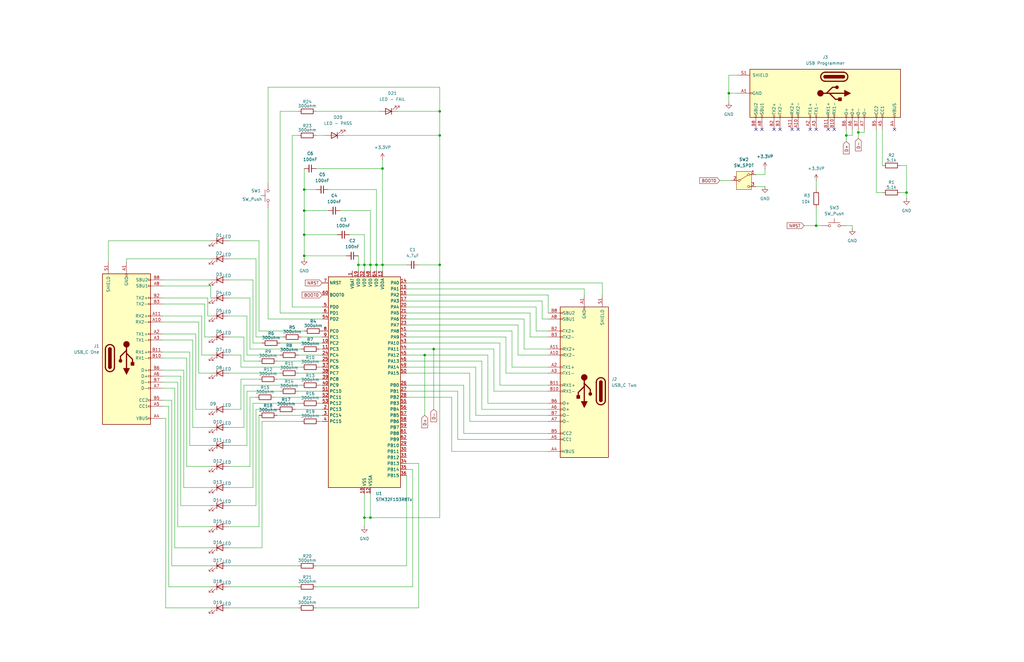
<source format=kicad_sch>
(kicad_sch (version 20231120) (generator "eeschema") (generator_version "8.0")
  (paper "USLedger")
  (title_block (title "USB_CSI") (date "2024-11-20") (rev "1") (company "Yusuf Mohsinally"))
  (lib_symbols
    (symbol "Connector:USB_C_Receptacle" (pin_names (offset 1.016))
      (property "Reference" "J" (at -10.16 29.21 0))
      (property "Value" "USB_C_Receptacle" (at 10.16 29.21 0))
      (symbol "USB_C_Receptacle_0_0"
        (rectangle (start -0.254 -35.56) (end 0.254 -34.544))
        (rectangle (start 10.16 -32.766) (end 9.144 -33.274))
        (rectangle (start 10.16 -30.226) (end 9.144 -30.734))
        (rectangle (start 10.16 -25.146) (end 9.144 -25.654))
        (rectangle (start 10.16 -22.606) (end 9.144 -23.114))
        (rectangle (start 10.16 -17.526) (end 9.144 -18.034))
        (rectangle (start 10.16 -14.986) (end 9.144 -15.494))
        (rectangle (start 10.16 -9.906) (end 9.144 -10.414))
        (rectangle (start 10.16 -7.366) (end 9.144 -7.874))
        (rectangle (start 10.16 -2.286) (end 9.144 -2.794))
        (rectangle (start 10.16 0.254) (end 9.144 -0.254))
        (rectangle (start 10.16 5.334) (end 9.144 4.826))
        (rectangle (start 10.16 7.874) (end 9.144 7.366))
        (rectangle (start 10.16 10.414) (end 9.144 9.906))
        (rectangle (start 10.16 12.954) (end 9.144 12.446))
        (rectangle (start 10.16 18.034) (end 9.144 17.526))
        (rectangle (start 10.16 20.574) (end 9.144 20.066))
        (rectangle (start 10.16 25.654) (end 9.144 25.146))
      )
      (symbol "USB_C_Receptacle_0_1"
        (rectangle (start -10.16 27.94) (end 10.16 -35.56) (stroke (width 0.254)) (fill (type background)))
        (arc (start -8.89 -3.81) (mid -6.985 -5.7067) (end -5.08 -3.81) (stroke (width 0.508)))
        (arc (start -7.62 -3.81) (mid -6.985 -4.4423) (end -6.35 -3.81) (stroke (width 0.254)))
        (arc (start -7.62 -3.81) (mid -6.985 -4.4423) (end -6.35 -3.81) (stroke (width 0.254)) (fill (type outline)))
        (rectangle (start -7.62 -3.81) (end -6.35 3.81) (stroke (width 0.254)) (fill (type outline)))
        (arc (start -6.35 3.81) (mid -6.985 4.4423) (end -7.62 3.81) (stroke (width 0.254)))
        (arc (start -6.35 3.81) (mid -6.985 4.4423) (end -7.62 3.81) (stroke (width 0.254)) (fill (type outline)))
        (arc (start -5.08 3.81) (mid -6.985 5.7067) (end -8.89 3.81) (stroke (width 0.508)))
        (polyline (pts (xy -8.89 -3.81) (xy -8.89 3.81)) (stroke (width 0.508)))
        (polyline (pts (xy -5.08 3.81) (xy -5.08 -3.81)) (stroke (width 0.508)))
      )
      (symbol "USB_C_Receptacle_1_1"
        (circle (center -2.54 1.143) (radius 0.635) (stroke (width 0.254)) (fill (type outline)))
        (circle (center 0 -5.842) (radius 1.27) (fill (type outline)))
        (polyline (pts (xy 0 -5.842) (xy 0 4.318)) (stroke (width 0.508)))
        (polyline (pts (xy 0 -3.302) (xy -2.54 -0.762) (xy -2.54 0.508)) (stroke (width 0.508)))
        (polyline (pts (xy 0 -2.032) (xy 2.54 0.508) (xy 2.54 1.778)) (stroke (width 0.508)))
        (polyline (pts (xy -1.27 4.318) (xy 0 6.858) (xy 1.27 4.318) (xy -1.27 4.318)) (stroke (width 0.254)) (fill (type outline)))
        (rectangle (start 1.905 1.778) (end 3.175 3.048) (stroke (width 0.254)) (fill (type outline)))
        (pin passive line (at 0 -40.64 90) (length 5.08) (name "GND") (number "A1"))
        (pin bidirectional line (at 15.24 -15.24 180) (length 5.08) (name "RX2-") (number "A10"))
        (pin bidirectional line (at 15.24 -17.78 180) (length 5.08) (name "RX2+") (number "A11"))
        (pin passive line (at 0 -40.64 90) (length 5.08) hide (name "GND") (number "A12"))
        (pin bidirectional line (at 15.24 -10.16 180) (length 5.08) (name "TX1+") (number "A2"))
        (pin bidirectional line (at 15.24 -7.62 180) (length 5.08) (name "TX1-") (number "A3"))
        (pin passive line (at 15.24 25.4 180) (length 5.08) (name "VBUS") (number "A4"))
        (pin bidirectional line (at 15.24 20.32 180) (length 5.08) (name "CC1") (number "A5"))
        (pin bidirectional line (at 15.24 7.62 180) (length 5.08) (name "D+") (number "A6"))
        (pin bidirectional line (at 15.24 12.7 180) (length 5.08) (name "D-") (number "A7"))
        (pin bidirectional line (at 15.24 -30.48 180) (length 5.08) (name "SBU1") (number "A8"))
        (pin passive line (at 15.24 25.4 180) (length 5.08) hide (name "VBUS") (number "A9"))
        (pin passive line (at 0 -40.64 90) (length 5.08) hide (name "GND") (number "B1"))
        (pin bidirectional line (at 15.24 0 180) (length 5.08) (name "RX1-") (number "B10"))
        (pin bidirectional line (at 15.24 -2.54 180) (length 5.08) (name "RX1+") (number "B11"))
        (pin passive line (at 0 -40.64 90) (length 5.08) hide (name "GND") (number "B12"))
        (pin bidirectional line (at 15.24 -25.4 180) (length 5.08) (name "TX2+") (number "B2"))
        (pin bidirectional line (at 15.24 -22.86 180) (length 5.08) (name "TX2-") (number "B3"))
        (pin passive line (at 15.24 25.4 180) (length 5.08) hide (name "VBUS") (number "B4"))
        (pin bidirectional line (at 15.24 17.78 180) (length 5.08) (name "CC2") (number "B5"))
        (pin bidirectional line (at 15.24 5.08 180) (length 5.08) (name "D+") (number "B6"))
        (pin bidirectional line (at 15.24 10.16 180) (length 5.08) (name "D-") (number "B7"))
        (pin bidirectional line (at 15.24 -33.02 180) (length 5.08) (name "SBU2") (number "B8"))
        (pin passive line (at 15.24 25.4 180) (length 5.08) hide (name "VBUS") (number "B9"))
        (pin passive line (at -7.62 -40.64 90) (length 5.08) (name "SHIELD") (number "S1"))
      )
    )
    (symbol "Device:C_Small" (pin_numbers hide) (pin_names (offset 0.254) hide)
      (property "Reference" "C" (at 0.254 1.778 0))
      (property "Value" "C_Small" (at 0.254 -2.032 0))
      (symbol "C_Small_0_1"
        (polyline (pts (xy -1.524 -0.508) (xy 1.524 -0.508)) (stroke (width 0.3302)))
        (polyline (pts (xy -1.524 0.508) (xy 1.524 0.508)) (stroke (width 0.3048)))
      )
      (symbol "C_Small_1_1"
        (pin passive line (at 0 2.54 270) (length 2.032) (name "~") (number "1"))
        (pin passive line (at 0 -2.54 90) (length 2.032) (name "~") (number "2"))
      )
    )
    (symbol "Device:LED" (pin_numbers hide) (pin_names (offset 1.016) hide)
      (property "Reference" "D" (at 0 2.54 0))
      (property "Value" "LED" (at 0 -2.54 0))
      (symbol "LED_0_1"
        (polyline (pts (xy -1.27 -1.27) (xy -1.27 1.27)) (stroke (width 0.254)))
        (polyline (pts (xy -1.27 0) (xy 1.27 0)))
        (polyline (pts (xy 1.27 -1.27) (xy 1.27 1.27) (xy -1.27 0) (xy 1.27 -1.27)) (stroke (width 0.254)))
        (polyline (pts (xy -3.048 -0.762) (xy -4.572 -2.286) (xy -3.81 -2.286) (xy -4.572 -2.286) (xy -4.572 -1.524)))
        (polyline (pts (xy -1.778 -0.762) (xy -3.302 -2.286) (xy -2.54 -2.286) (xy -3.302 -2.286) (xy -3.302 -1.524)))
      )
      (symbol "LED_1_1"
        (pin passive line (at -3.81 0 0) (length 2.54) (name "K") (number "1"))
        (pin passive line (at 3.81 0 180) (length 2.54) (name "A") (number "2"))
      )
    )
    (symbol "Device:R" (pin_numbers hide) (pin_names (offset 0))
      (property "Reference" "R" (at 2.032 0 90))
      (property "Value" "R" (at 0 0 90))
      (symbol "R_0_1"
        (rectangle (start -1.016 -2.54) (end 1.016 2.54) (stroke (width 0.254)))
      )
      (symbol "R_1_1"
        (pin passive line (at 0 3.81 270) (length 1.27) (name "~") (number "1"))
        (pin passive line (at 0 -3.81 90) (length 1.27) (name "~") (number "2"))
      )
    )
    (symbol "MCU_ST_STM32F1:STM32F103R8Tx"
      (property "Reference" "U" (at -15.24 46.99 0))
      (property "Value" "STM32F103R8Tx" (at 10.16 46.99 0))
      (symbol "STM32F103R8Tx_0_1"
        (rectangle (start -15.24 -43.18) (end 15.24 45.72) (stroke (width 0.254)) (fill (type background)))
      )
      (symbol "STM32F103R8Tx_1_1"
        (pin power_in line (at -5.08 48.26 270) (length 2.54) (name "VBAT") (number "1"))
        (pin bidirectional line (at -17.78 17.78 0) (length 2.54) (name "PC2") (number "10"))
        (pin bidirectional line (at -17.78 15.24 0) (length 2.54) (name "PC3") (number "11"))
        (pin power_in line (at 2.54 -45.72 90) (length 2.54) (name "VSSA") (number "12"))
        (pin power_in line (at 7.62 48.26 270) (length 2.54) (name "VDDA") (number "13"))
        (pin bidirectional line (at 17.78 43.18 180) (length 2.54) (name "PA0") (number "14"))
        (pin bidirectional line (at 17.78 40.64 180) (length 2.54) (name "PA1") (number "15"))
        (pin bidirectional line (at 17.78 38.1 180) (length 2.54) (name "PA2") (number "16"))
        (pin bidirectional line (at 17.78 35.56 180) (length 2.54) (name "PA3") (number "17"))
        (pin power_in line (at 0 -45.72 90) (length 2.54) (name "VSS") (number "18"))
        (pin power_in line (at -2.54 48.26 270) (length 2.54) (name "VDD") (number "19"))
        (pin bidirectional line (at -17.78 -10.16 0) (length 2.54) (name "PC13") (number "2"))
        (pin bidirectional line (at 17.78 33.02 180) (length 2.54) (name "PA4") (number "20"))
        (pin bidirectional line (at 17.78 30.48 180) (length 2.54) (name "PA5") (number "21"))
        (pin bidirectional line (at 17.78 27.94 180) (length 2.54) (name "PA6") (number "22"))
        (pin bidirectional line (at 17.78 25.4 180) (length 2.54) (name "PA7") (number "23"))
        (pin bidirectional line (at -17.78 12.7 0) (length 2.54) (name "PC4") (number "24"))
        (pin bidirectional line (at -17.78 10.16 0) (length 2.54) (name "PC5") (number "25"))
        (pin bidirectional line (at 17.78 0 180) (length 2.54) (name "PB0") (number "26"))
        (pin bidirectional line (at 17.78 -2.54 180) (length 2.54) (name "PB1") (number "27"))
        (pin bidirectional line (at 17.78 -5.08 180) (length 2.54) (name "PB2") (number "28"))
        (pin bidirectional line (at 17.78 -25.4 180) (length 2.54) (name "PB10") (number "29"))
        (pin bidirectional line (at -17.78 -12.7 0) (length 2.54) (name "PC14") (number "3"))
        (pin bidirectional line (at 17.78 -27.94 180) (length 2.54) (name "PB11") (number "30"))
        (pin passive line (at 0 -45.72 90) (length 2.54) hide (name "VSS") (number "31"))
        (pin power_in line (at 0 48.26 270) (length 2.54) (name "VDD") (number "32"))
        (pin bidirectional line (at 17.78 -30.48 180) (length 2.54) (name "PB12") (number "33"))
        (pin bidirectional line (at 17.78 -33.02 180) (length 2.54) (name "PB13") (number "34"))
        (pin bidirectional line (at 17.78 -35.56 180) (length 2.54) (name "PB14") (number "35"))
        (pin bidirectional line (at 17.78 -38.1 180) (length 2.54) (name "PB15") (number "36"))
        (pin bidirectional line (at -17.78 7.62 0) (length 2.54) (name "PC6") (number "37"))
        (pin bidirectional line (at -17.78 5.08 0) (length 2.54) (name "PC7") (number "38"))
        (pin bidirectional line (at -17.78 2.54 0) (length 2.54) (name "PC8") (number "39"))
        (pin bidirectional line (at -17.78 -15.24 0) (length 2.54) (name "PC15") (number "4"))
        (pin bidirectional line (at -17.78 0 0) (length 2.54) (name "PC9") (number "40"))
        (pin bidirectional line (at 17.78 22.86 180) (length 2.54) (name "PA8") (number "41"))
        (pin bidirectional line (at 17.78 20.32 180) (length 2.54) (name "PA9") (number "42"))
        (pin bidirectional line (at 17.78 17.78 180) (length 2.54) (name "PA10") (number "43"))
        (pin bidirectional line (at 17.78 15.24 180) (length 2.54) (name "PA11") (number "44"))
        (pin bidirectional line (at 17.78 12.7 180) (length 2.54) (name "PA12") (number "45"))
        (pin bidirectional line (at 17.78 10.16 180) (length 2.54) (name "PA13") (number "46"))
        (pin passive line (at 0 -45.72 90) (length 2.54) hide (name "VSS") (number "47"))
        (pin power_in line (at 2.54 48.26 270) (length 2.54) (name "VDD") (number "48"))
        (pin bidirectional line (at 17.78 7.62 180) (length 2.54) (name "PA14") (number "49"))
        (pin bidirectional line (at -17.78 33.02 0) (length 2.54) (name "PD0") (number "5"))
        (pin bidirectional line (at 17.78 5.08 180) (length 2.54) (name "PA15") (number "50"))
        (pin bidirectional line (at -17.78 -2.54 0) (length 2.54) (name "PC10") (number "51"))
        (pin bidirectional line (at -17.78 -5.08 0) (length 2.54) (name "PC11") (number "52"))
        (pin bidirectional line (at -17.78 -7.62 0) (length 2.54) (name "PC12") (number "53"))
        (pin bidirectional line (at -17.78 27.94 0) (length 2.54) (name "PD2") (number "54"))
        (pin bidirectional line (at 17.78 -7.62 180) (length 2.54) (name "PB3") (number "55"))
        (pin bidirectional line (at 17.78 -10.16 180) (length 2.54) (name "PB4") (number "56"))
        (pin bidirectional line (at 17.78 -12.7 180) (length 2.54) (name "PB5") (number "57"))
        (pin bidirectional line (at 17.78 -15.24 180) (length 2.54) (name "PB6") (number "58"))
        (pin bidirectional line (at 17.78 -17.78 180) (length 2.54) (name "PB7") (number "59"))
        (pin bidirectional line (at -17.78 30.48 0) (length 2.54) (name "PD1") (number "6"))
        (pin input line (at -17.78 38.1 0) (length 2.54) (name "BOOT0") (number "60"))
        (pin bidirectional line (at 17.78 -20.32 180) (length 2.54) (name "PB8") (number "61"))
        (pin bidirectional line (at 17.78 -22.86 180) (length 2.54) (name "PB9") (number "62"))
        (pin passive line (at 0 -45.72 90) (length 2.54) hide (name "VSS") (number "63"))
        (pin power_in line (at 5.08 48.26 270) (length 2.54) (name "VDD") (number "64"))
        (pin input line (at -17.78 43.18 0) (length 2.54) (name "NRST") (number "7"))
        (pin bidirectional line (at -17.78 22.86 0) (length 2.54) (name "PC0") (number "8"))
        (pin bidirectional line (at -17.78 20.32 0) (length 2.54) (name "PC1") (number "9"))
      )
    )
    (symbol "Switch:SW_Push" (pin_numbers hide) (pin_names (offset 1.016) hide)
      (property "Reference" "SW" (at 1.27 2.54 0))
      (property "Value" "SW_Push" (at 0 -1.524 0))
      (symbol "SW_Push_0_1"
        (circle (center -2.032 0) (radius 0.508))
        (polyline (pts (xy 0 1.27) (xy 0 3.048)))
        (polyline (pts (xy 2.54 1.27) (xy -2.54 1.27)))
        (circle (center 2.032 0) (radius 0.508))
        (pin passive line (at -5.08 0 0) (length 2.54) (name "1") (number "1"))
        (pin passive line (at 5.08 0 180) (length 2.54) (name "2") (number "2"))
      )
    )
    (symbol "Switch:SW_SPDT" (pin_names (offset 0) hide)
      (property "Reference" "SW" (at 0 5.08 0))
      (property "Value" "SW_SPDT" (at 0 -5.08 0))
      (symbol "SW_SPDT_0_1"
        (circle (center -2.032 0) (radius 0.4572))
        (polyline (pts (xy -1.651 0.254) (xy 1.651 2.286)))
        (circle (center 2.032 -2.54) (radius 0.4572))
        (circle (center 2.032 2.54) (radius 0.4572))
      )
      (symbol "SW_SPDT_1_1"
        (rectangle (start -3.175 3.81) (end 3.175 -3.81) (fill (type background)))
        (pin passive line (at 5.08 2.54 180) (length 2.54) (name "A") (number "1"))
        (pin passive line (at -5.08 0 0) (length 2.54) (name "B") (number "2"))
        (pin passive line (at 5.08 -2.54 180) (length 2.54) (name "C") (number "3"))
      )
    )
    (symbol "power:+3.3VP" (power) (pin_numbers hide) (pin_names (offset 0) hide)
      (property "Value" "+3.3VP" (at 0 3.556 0))
      (symbol "+3.3VP_0_0"
        (pin power_in line (at 0 0 90) (length 0) (name "~") (number "1"))
      )
      (symbol "+3.3VP_0_1"
        (polyline (pts (xy -0.762 1.27) (xy 0 2.54)))
        (polyline (pts (xy 0 0) (xy 0 2.54)))
        (polyline (pts (xy 0 2.54) (xy 0.762 1.27)))
      )
    )
    (symbol "power:GND" (power) (pin_numbers hide) (pin_names (offset 0) hide)
      (property "Value" "GND" (at 0 -3.81 0))
      (symbol "GND_0_1"
        (polyline (pts (xy 0 0) (xy 0 -1.27) (xy 1.27 -1.27) (xy 0 -2.54) (xy -1.27 -1.27) (xy 0 -1.27)))
      )
      (symbol "GND_1_1"
        (pin power_in line (at 0 0 270) (length 0) (name "~") (number "1"))
      )
    )
  )
  (junction (at 307.34 39.37))
  (junction (at 161.29 111.76))
  (junction (at 185.42 57.15))
  (junction (at 185.42 46.99))
  (junction (at 156.21 111.76))
  (junction (at 128.27 88.9))
  (junction (at 128.27 80.01))
  (junction (at 128.27 99.06))
  (junction (at 361.95 55.88))
  (junction (at 151.13 111.76))
  (junction (at 153.67 111.76))
  (junction (at 344.17 95.25))
  (junction (at 182.88 147.32))
  (junction (at 156.21 218.44))
  (junction (at 161.29 71.12))
  (junction (at 158.75 111.76))
  (junction (at 356.87 57.15))
  (junction (at 179.07 149.86))
  (junction (at 153.67 218.44))
  (junction (at 382.27 81.28))
  (junction (at 128.27 107.95))
  (junction (at 185.42 111.76))
  (no_connect (at 328.93 54.61))
  (no_connect (at 326.39 54.61))
  (no_connect (at 321.31 54.61))
  (no_connect (at 334.01 54.61))
  (no_connect (at 349.25 54.61))
  (no_connect (at 341.63 54.61))
  (no_connect (at 344.17 54.61))
  (no_connect (at 351.79 54.61))
  (no_connect (at 377.19 54.61))
  (no_connect (at 318.77 54.61))
  (no_connect (at 336.55 54.61))
  (wire (pts (xy 161.29 67.31) (xy 161.29 71.12)))
  (wire (pts (xy 68.58 140.97) (xy 82.55 140.97)))
  (wire (pts (xy 104.14 187.96) (xy 104.14 165.1)))
  (wire (pts (xy 171.45 238.76) (xy 171.45 200.66)))
  (wire (pts (xy 128.27 99.06) (xy 142.24 99.06)))
  (wire (pts (xy 76.2 213.36) (xy 88.9 213.36)))
  (wire (pts (xy 135.89 132.08) (xy 118.11 132.08)))
  (wire (pts (xy 228.6 127) (xy 228.6 134.62)))
  (wire (pts (xy 128.27 107.95) (xy 128.27 109.22)))
  (wire (pts (xy 158.75 111.76) (xy 158.75 114.3)))
  (wire (pts (xy 205.74 149.86) (xy 205.74 170.18)))
  (wire (pts (xy 86.36 128.27) (xy 68.58 128.27)))
  (wire (pts (xy 77.47 156.21) (xy 77.47 205.74)))
  (wire (pts (xy 182.88 147.32) (xy 182.88 172.72)))
  (wire (pts (xy 96.52 109.22) (xy 107.95 109.22)))
  (wire (pts (xy 382.27 69.85) (xy 382.27 81.28)))
  (wire (pts (xy 80.01 148.59) (xy 80.01 187.96)))
  (wire (pts (xy 110.49 177.8) (xy 127 177.8)))
  (wire (pts (xy 171.45 144.78) (xy 210.82 144.78)))
  (wire (pts (xy 176.53 256.54) (xy 176.53 195.58)))
  (wire (pts (xy 72.39 168.91) (xy 72.39 238.76)))
  (wire (pts (xy 356.87 59.69) (xy 356.87 57.15)))
  (wire (pts (xy 73.66 231.14) (xy 88.9 231.14)))
  (wire (pts (xy 228.6 134.62) (xy 231.14 134.62)))
  (wire (pts (xy 179.07 149.86) (xy 205.74 149.86)))
  (wire (pts (xy 223.52 142.24) (xy 231.14 142.24)))
  (wire (pts (xy 85.09 149.86) (xy 85.09 133.35)))
  (wire (pts (xy 171.45 134.62) (xy 220.98 134.62)))
  (wire (pts (xy 118.11 46.99) (xy 125.73 46.99)))
  (wire (pts (xy 185.42 111.76) (xy 185.42 218.44)))
  (wire (pts (xy 96.52 142.24) (xy 102.87 142.24)))
  (wire (pts (xy 87.63 125.73) (xy 87.63 133.35)))
  (wire (pts (xy 254 119.38) (xy 254 124.46)))
  (wire (pts (xy 218.44 137.16) (xy 218.44 149.86)))
  (wire (pts (xy 96.52 172.72) (xy 101.6 172.72)))
  (wire (pts (xy 134.62 170.18) (xy 135.89 170.18)))
  (wire (pts (xy 113.03 134.62) (xy 135.89 134.62)))
  (wire (pts (xy 158.75 111.76) (xy 156.21 111.76)))
  (wire (pts (xy 96.52 180.34) (xy 102.87 180.34)))
  (wire (pts (xy 182.88 147.32) (xy 208.28 147.32)))
  (wire (pts (xy 45.72 101.6) (xy 45.72 110.49)))
  (wire (pts (xy 104.14 165.1) (xy 118.11 165.1)))
  (wire (pts (xy 346.71 95.25) (xy 344.17 95.25)))
  (wire (pts (xy 198.12 177.8) (xy 231.14 177.8)))
  (wire (pts (xy 125.73 149.86) (xy 135.89 149.86)))
  (wire (pts (xy 124.46 172.72) (xy 135.89 172.72)))
  (wire (pts (xy 96.52 222.25) (xy 109.22 222.25)))
  (wire (pts (xy 171.45 157.48) (xy 198.12 157.48)))
  (wire (pts (xy 356.87 95.25) (xy 359.41 95.25)))
  (wire (pts (xy 176.53 111.76) (xy 185.42 111.76)))
  (wire (pts (xy 105.41 196.85) (xy 105.41 167.64)))
  (wire (pts (xy 173.99 198.12) (xy 171.45 198.12)))
  (wire (pts (xy 76.2 158.75) (xy 76.2 213.36)))
  (wire (pts (xy 369.57 81.28) (xy 372.11 81.28)))
  (wire (pts (xy 307.34 31.75) (xy 307.34 39.37)))
  (wire (pts (xy 213.36 157.48) (xy 231.14 157.48)))
  (wire (pts (xy 223.52 132.08) (xy 223.52 142.24)))
  (wire (pts (xy 68.58 151.13) (xy 78.74 151.13)))
  (wire (pts (xy 133.35 57.15) (xy 137.16 57.15)))
  (wire (pts (xy 210.82 144.78) (xy 210.82 162.56)))
  (wire (pts (xy 82.55 140.97) (xy 82.55 172.72)))
  (wire (pts (xy 364.49 55.88) (xy 361.95 55.88)))
  (wire (pts (xy 151.13 107.95) (xy 151.13 111.76)))
  (wire (pts (xy 179.07 175.26) (xy 179.07 149.86)))
  (wire (pts (xy 382.27 81.28) (xy 382.27 83.82)))
  (wire (pts (xy 193.04 165.1) (xy 193.04 185.42)))
  (wire (pts (xy 361.95 58.42) (xy 361.95 55.88)))
  (wire (pts (xy 153.67 111.76) (xy 153.67 99.06)))
  (wire (pts (xy 68.58 176.53) (xy 69.85 176.53)))
  (wire (pts (xy 171.45 162.56) (xy 195.58 162.56)))
  (wire (pts (xy 218.44 149.86) (xy 231.14 149.86)))
  (wire (pts (xy 107.95 142.24) (xy 119.38 142.24)))
  (wire (pts (xy 156.21 218.44) (xy 153.67 218.44)))
  (wire (pts (xy 128.27 107.95) (xy 146.05 107.95)))
  (wire (pts (xy 171.45 165.1) (xy 193.04 165.1)))
  (wire (pts (xy 379.73 69.85) (xy 382.27 69.85)))
  (wire (pts (xy 322.58 71.12) (xy 322.58 73.66)))
  (wire (pts (xy 96.52 196.85) (xy 105.41 196.85)))
  (wire (pts (xy 74.93 222.25) (xy 88.9 222.25)))
  (wire (pts (xy 104.14 149.86) (xy 118.11 149.86)))
  (wire (pts (xy 96.52 231.14) (xy 110.49 231.14)))
  (wire (pts (xy 156.21 208.28) (xy 156.21 218.44)))
  (wire (pts (xy 107.95 213.36) (xy 107.95 172.72)))
  (wire (pts (xy 185.42 57.15) (xy 185.42 111.76)))
  (wire (pts (xy 96.52 157.48) (xy 118.11 157.48)))
  (wire (pts (xy 369.57 54.61) (xy 369.57 81.28)))
  (wire (pts (xy 171.45 129.54) (xy 226.06 129.54)))
  (wire (pts (xy 113.03 36.83) (xy 185.42 36.83)))
  (wire (pts (xy 361.95 55.88) (xy 361.95 54.61)))
  (wire (pts (xy 134.62 147.32) (xy 135.89 147.32)))
  (wire (pts (xy 110.49 231.14) (xy 110.49 177.8)))
  (wire (pts (xy 171.45 167.64) (xy 190.5 167.64)))
  (wire (pts (xy 231.14 124.46) (xy 231.14 132.08)))
  (wire (pts (xy 158.75 80.01) (xy 138.43 80.01)))
  (wire (pts (xy 200.66 175.26) (xy 231.14 175.26)))
  (wire (pts (xy 68.58 171.45) (xy 71.12 171.45)))
  (wire (pts (xy 128.27 71.12) (xy 128.27 80.01)))
  (wire (pts (xy 96.52 125.73) (xy 105.41 125.73)))
  (wire (pts (xy 153.67 222.25) (xy 153.67 218.44)))
  (wire (pts (xy 203.2 172.72) (xy 231.14 172.72)))
  (wire (pts (xy 81.28 143.51) (xy 81.28 180.34)))
  (wire (pts (xy 83.82 135.89) (xy 83.82 157.48)))
  (wire (pts (xy 311.15 31.75) (xy 307.34 31.75)))
  (wire (pts (xy 156.21 111.76) (xy 156.21 88.9)))
  (wire (pts (xy 85.09 133.35) (xy 68.58 133.35)))
  (wire (pts (xy 134.62 177.8) (xy 135.89 177.8)))
  (wire (pts (xy 356.87 57.15) (xy 356.87 54.61)))
  (wire (pts (xy 185.42 36.83) (xy 185.42 46.99)))
  (wire (pts (xy 74.93 161.29) (xy 74.93 222.25)))
  (wire (pts (xy 116.84 160.02) (xy 135.89 160.02)))
  (wire (pts (xy 171.45 154.94) (xy 200.66 154.94)))
  (wire (pts (xy 68.58 163.83) (xy 73.66 163.83)))
  (wire (pts (xy 161.29 111.76) (xy 158.75 111.76)))
  (wire (pts (xy 123.19 57.15) (xy 125.73 57.15)))
  (wire (pts (xy 116.84 175.26) (xy 135.89 175.26)))
  (wire (pts (xy 53.34 109.22) (xy 88.9 109.22)))
  (wire (pts (xy 171.45 119.38) (xy 254 119.38)))
  (wire (pts (xy 81.28 180.34) (xy 88.9 180.34)))
  (wire (pts (xy 68.58 125.73) (xy 87.63 125.73)))
  (wire (pts (xy 246.38 121.92) (xy 246.38 124.46)))
  (wire (pts (xy 171.45 139.7) (xy 215.9 139.7)))
  (wire (pts (xy 158.75 111.76) (xy 158.75 80.01)))
  (wire (pts (xy 68.58 135.89) (xy 83.82 135.89)))
  (wire (pts (xy 200.66 154.94) (xy 200.66 175.26)))
  (wire (pts (xy 96.52 213.36) (xy 107.95 213.36)))
  (wire (pts (xy 322.58 78.74) (xy 318.77 78.74)))
  (wire (pts (xy 102.87 142.24) (xy 102.87 152.4)))
  (wire (pts (xy 210.82 162.56) (xy 231.14 162.56)))
  (wire (pts (xy 226.06 129.54) (xy 226.06 139.7)))
  (wire (pts (xy 68.58 161.29) (xy 74.93 161.29)))
  (wire (pts (xy 208.28 147.32) (xy 208.28 165.1)))
  (wire (pts (xy 226.06 139.7) (xy 231.14 139.7)))
  (wire (pts (xy 102.87 162.56) (xy 127 162.56)))
  (wire (pts (xy 86.36 142.24) (xy 86.36 128.27)))
  (wire (pts (xy 134.62 154.94) (xy 135.89 154.94)))
  (wire (pts (xy 156.21 218.44) (xy 185.42 218.44)))
  (wire (pts (xy 151.13 111.76) (xy 153.67 111.76)))
  (wire (pts (xy 156.21 111.76) (xy 156.21 114.3)))
  (wire (pts (xy 78.74 151.13) (xy 78.74 196.85)))
  (wire (pts (xy 344.17 95.25) (xy 339.09 95.25)))
  (wire (pts (xy 382.27 81.28) (xy 379.73 81.28)))
  (wire (pts (xy 144.78 57.15) (xy 185.42 57.15)))
  (wire (pts (xy 171.45 149.86) (xy 179.07 149.86)))
  (wire (pts (xy 171.45 142.24) (xy 213.36 142.24)))
  (wire (pts (xy 364.49 54.61) (xy 364.49 55.88)))
  (wire (pts (xy 205.74 170.18) (xy 231.14 170.18)))
  (wire (pts (xy 198.12 157.48) (xy 198.12 177.8)))
  (wire (pts (xy 96.52 118.11) (xy 106.68 118.11)))
  (wire (pts (xy 72.39 238.76) (xy 88.9 238.76)))
  (wire (pts (xy 101.6 149.86) (xy 101.6 154.94)))
  (wire (pts (xy 96.52 238.76) (xy 125.73 238.76)))
  (wire (pts (xy 322.58 73.66) (xy 318.77 73.66)))
  (wire (pts (xy 128.27 99.06) (xy 128.27 107.95)))
  (wire (pts (xy 96.52 205.74) (xy 106.68 205.74)))
  (wire (pts (xy 104.14 133.35) (xy 104.14 149.86)))
  (wire (pts (xy 203.2 152.4) (xy 203.2 172.72)))
  (wire (pts (xy 106.68 118.11) (xy 106.68 144.78)))
  (wire (pts (xy 344.17 87.63) (xy 344.17 95.25)))
  (wire (pts (xy 113.03 77.47) (xy 113.03 36.83)))
  (wire (pts (xy 80.01 187.96) (xy 88.9 187.96)))
  (wire (pts (xy 71.12 171.45) (xy 71.12 247.65)))
  (wire (pts (xy 78.74 196.85) (xy 88.9 196.85)))
  (wire (pts (xy 96.52 133.35) (xy 104.14 133.35)))
  (wire (pts (xy 171.45 127) (xy 228.6 127)))
  (wire (pts (xy 185.42 46.99) (xy 185.42 57.15)))
  (wire (pts (xy 96.52 187.96) (xy 104.14 187.96)))
  (wire (pts (xy 153.67 111.76) (xy 153.67 114.3)))
  (wire (pts (xy 69.85 176.53) (xy 69.85 256.54)))
  (wire (pts (xy 193.04 185.42) (xy 231.14 185.42)))
  (wire (pts (xy 77.47 205.74) (xy 88.9 205.74)))
  (wire (pts (xy 128.27 88.9) (xy 138.43 88.9)))
  (wire (pts (xy 106.68 144.78) (xy 110.49 144.78)))
  (wire (pts (xy 105.41 167.64) (xy 107.95 167.64)))
  (wire (pts (xy 359.41 95.25) (xy 359.41 96.52)))
  (wire (pts (xy 156.21 111.76) (xy 153.67 111.76)))
  (wire (pts (xy 220.98 147.32) (xy 231.14 147.32)))
  (wire (pts (xy 109.22 139.7) (xy 128.27 139.7)))
  (wire (pts (xy 118.11 144.78) (xy 135.89 144.78)))
  (wire (pts (xy 123.19 129.54) (xy 123.19 57.15)))
  (wire (pts (xy 134.62 162.56) (xy 135.89 162.56)))
  (wire (pts (xy 116.84 152.4) (xy 135.89 152.4)))
  (wire (pts (xy 68.58 148.59) (xy 80.01 148.59)))
  (wire (pts (xy 96.52 247.65) (xy 125.73 247.65)))
  (wire (pts (xy 307.34 39.37) (xy 311.15 39.37)))
  (wire (pts (xy 96.52 149.86) (xy 101.6 149.86)))
  (wire (pts (xy 171.45 147.32) (xy 182.88 147.32)))
  (wire (pts (xy 161.29 71.12) (xy 161.29 111.76)))
  (wire (pts (xy 161.29 111.76) (xy 161.29 114.3)))
  (wire (pts (xy 109.22 101.6) (xy 109.22 139.7)))
  (wire (pts (xy 69.85 256.54) (xy 88.9 256.54)))
  (wire (pts (xy 86.36 142.24) (xy 88.9 142.24)))
  (wire (pts (xy 118.11 132.08) (xy 118.11 46.99)))
  (wire (pts (xy 153.67 99.06) (xy 147.32 99.06)))
  (wire (pts (xy 107.95 109.22) (xy 107.95 142.24)))
  (wire (pts (xy 101.6 172.72) (xy 101.6 160.02)))
  (wire (pts (xy 190.5 167.64) (xy 190.5 190.5)))
  (wire (pts (xy 167.64 46.99) (xy 185.42 46.99)))
  (wire (pts (xy 106.68 170.18) (xy 127 170.18)))
  (wire (pts (xy 88.9 149.86) (xy 85.09 149.86)))
  (wire (pts (xy 106.68 205.74) (xy 106.68 170.18)))
  (wire (pts (xy 308.61 76.2) (xy 303.53 76.2)))
  (wire (pts (xy 101.6 160.02) (xy 109.22 160.02)))
  (wire (pts (xy 102.87 152.4) (xy 109.22 152.4)))
  (wire (pts (xy 171.45 121.92) (xy 246.38 121.92)))
  (wire (pts (xy 156.21 88.9) (xy 143.51 88.9)))
  (wire (pts (xy 68.58 156.21) (xy 77.47 156.21)))
  (wire (pts (xy 171.45 152.4) (xy 203.2 152.4)))
  (wire (pts (xy 372.11 54.61) (xy 372.11 69.85)))
  (wire (pts (xy 109.22 222.25) (xy 109.22 175.26)))
  (wire (pts (xy 171.45 124.46) (xy 231.14 124.46)))
  (wire (pts (xy 213.36 142.24) (xy 213.36 157.48)))
  (wire (pts (xy 344.17 76.2) (xy 344.17 80.01)))
  (wire (pts (xy 107.95 172.72) (xy 116.84 172.72)))
  (wire (pts (xy 171.45 137.16) (xy 218.44 137.16)))
  (wire (pts (xy 133.35 46.99) (xy 160.02 46.99)))
  (wire (pts (xy 153.67 218.44) (xy 153.67 208.28)))
  (wire (pts (xy 88.9 120.65) (xy 68.58 120.65)))
  (wire (pts (xy 133.35 238.76) (xy 171.45 238.76)))
  (wire (pts (xy 87.63 133.35) (xy 88.9 133.35)))
  (wire (pts (xy 215.9 139.7) (xy 215.9 154.94)))
  (wire (pts (xy 125.73 165.1) (xy 135.89 165.1)))
  (wire (pts (xy 128.27 88.9) (xy 128.27 99.06)))
  (wire (pts (xy 220.98 134.62) (xy 220.98 147.32)))
  (wire (pts (xy 359.41 54.61) (xy 359.41 57.15)))
  (wire (pts (xy 133.35 247.65) (xy 173.99 247.65)))
  (wire (pts (xy 195.58 162.56) (xy 195.58 182.88)))
  (wire (pts (xy 359.41 57.15) (xy 356.87 57.15)))
  (wire (pts (xy 151.13 111.76) (xy 151.13 114.3)))
  (wire (pts (xy 190.5 190.5) (xy 231.14 190.5)))
  (wire (pts (xy 115.57 167.64) (xy 135.89 167.64)))
  (wire (pts (xy 176.53 195.58) (xy 171.45 195.58)))
  (wire (pts (xy 128.27 80.01) (xy 128.27 88.9)))
  (wire (pts (xy 133.35 71.12) (xy 161.29 71.12)))
  (wire (pts (xy 307.34 39.37) (xy 307.34 43.18)))
  (wire (pts (xy 125.73 157.48) (xy 135.89 157.48)))
  (wire (pts (xy 82.55 172.72) (xy 88.9 172.72)))
  (wire (pts (xy 105.41 147.32) (xy 127 147.32)))
  (wire (pts (xy 105.41 125.73) (xy 105.41 147.32)))
  (wire (pts (xy 88.9 118.11) (xy 68.58 118.11)))
  (wire (pts (xy 68.58 168.91) (xy 72.39 168.91)))
  (wire (pts (xy 133.35 80.01) (xy 128.27 80.01)))
  (wire (pts (xy 88.9 125.73) (xy 88.9 120.65)))
  (wire (pts (xy 135.89 129.54) (xy 123.19 129.54)))
  (wire (pts (xy 208.28 165.1) (xy 231.14 165.1)))
  (wire (pts (xy 215.9 154.94) (xy 231.14 154.94)))
  (wire (pts (xy 71.12 247.65) (xy 88.9 247.65)))
  (wire (pts (xy 113.03 87.63) (xy 113.03 134.62)))
  (wire (pts (xy 68.58 158.75) (xy 76.2 158.75)))
  (wire (pts (xy 171.45 132.08) (xy 223.52 132.08)))
  (wire (pts (xy 101.6 154.94) (xy 127 154.94)))
  (wire (pts (xy 45.72 101.6) (xy 88.9 101.6)))
  (wire (pts (xy 127 142.24) (xy 135.89 142.24)))
  (wire (pts (xy 133.35 256.54) (xy 176.53 256.54)))
  (wire (pts (xy 68.58 143.51) (xy 81.28 143.51)))
  (wire (pts (xy 53.34 109.22) (xy 53.34 110.49)))
  (wire (pts (xy 83.82 157.48) (xy 88.9 157.48)))
  (wire (pts (xy 173.99 247.65) (xy 173.99 198.12)))
  (wire (pts (xy 96.52 256.54) (xy 125.73 256.54)))
  (wire (pts (xy 73.66 163.83) (xy 73.66 231.14)))
  (wire (pts (xy 102.87 180.34) (xy 102.87 162.56)))
  (wire (pts (xy 96.52 101.6) (xy 109.22 101.6)))
  (wire (pts (xy 161.29 111.76) (xy 171.45 111.76)))
  (wire (pts (xy 195.58 182.88) (xy 231.14 182.88)))
  (global_label "BOOT0" (shape input) (at 135.89 124.46 180) (property "Intersheetrefs" "${INTERSHEET_REFS}" (effects (hide yes))))
  (global_label "D+" (shape input) (at 179.07 175.26 270) (property "Intersheetrefs" "${INTERSHEET_REFS}" (effects (hide yes))))
  (global_label "NRST" (shape input) (at 339.09 95.25 180) (property "Intersheetrefs" "${INTERSHEET_REFS}" (effects (hide yes))))
  (global_label "D+" (shape input) (at 356.87 59.69 270) (property "Intersheetrefs" "${INTERSHEET_REFS}" (effects (hide yes))))
  (global_label "D-" (shape input) (at 182.88 172.72 270) (property "Intersheetrefs" "${INTERSHEET_REFS}" (effects (hide yes))))
  (global_label "NRST" (shape input) (at 135.89 119.38 180) (property "Intersheetrefs" "${INTERSHEET_REFS}" (effects (hide yes))))
  (global_label "BOOT0" (shape input) (at 303.53 76.2 180) (property "Intersheetrefs" "${INTERSHEET_REFS}" (effects (hide yes))))
  (global_label "D-" (shape input) (at 361.95 58.42 270) (property "Intersheetrefs" "${INTERSHEET_REFS}" (effects (hide yes))))
  (symbol (lib_id "Device:LED") (at 163.83 46.99 180) (unit 1)
    (property "Reference" "D21" (at 165.4175 39.37 0))
    (property "Value" "LED - FAIL" (at 165.4175 41.91 0))
    (property "Description" "Light emitting diode" (effects (hide yes)))
  )
  (symbol (lib_id "power:GND") (at 307.34 43.18 0) (unit 1)
    (property "Reference" "#PWR02" (effects (hide yes)))
    (property "Value" "GND" (at 307.34 48.26 0))
    (property "Description" "Power symbol creates a global label with name \"GND\" , ground" (effects (hide yes)))
  )
  (symbol (lib_id "Connector:USB_C_Receptacle") (at 351.79 39.37 270) (unit 1)
    (property "Reference" "J3" (at 347.98 24.13 90))
    (property "Value" "USB Programmer" (at 347.98 26.67 90))
    (property "Datasheet" "https://www.usb.org/sites/default/files/documents/usb_type-c.zip" (effects (hide yes)))
    (property "Description" "USB Full-Featured Type-C Receptacle connector" (effects (hide yes)))
  )
  (symbol (lib_id "Device:C_Small") (at 130.81 71.12 270) (unit 1)
    (property "Reference" "C6" (at 130.8036 64.77 90))
    (property "Value" "100nF" (at 130.8036 67.31 90))
    (property "Description" "Unpolarized capacitor, small symbol" (effects (hide yes)))
  )
  (symbol (lib_id "Device:R") (at 132.08 139.7 90) (unit 1)
    (property "Reference" "R4" (at 132.08 135.636 90))
    (property "Value" "300ohm" (at 132.08 137.414 90))
    (property "Description" "Resistor" (effects (hide yes)))
  )
  (symbol (lib_id "Device:C_Small") (at 135.89 80.01 270) (unit 1)
    (property "Reference" "C5" (at 135.8836 73.66 90))
    (property "Value" "100nF" (at 135.8836 76.2 90))
    (property "Description" "Unpolarized capacitor, small symbol" (effects (hide yes)))
  )
  (symbol (lib_id "Device:R") (at 375.92 81.28 90) (unit 1)
    (property "Reference" "R1" (at 375.92 76.962 90))
    (property "Value" "5.1k" (at 375.92 78.994 90))
    (property "Description" "Resistor" (effects (hide yes)))
  )
  (symbol (lib_id "Device:LED") (at 92.71 109.22 0) (unit 1)
    (property "Reference" "D2" (at 93.726 106.934 0) (effects (justify right)))
    (property "Value" "LED" (at 97.536 107.442 0) (effects (justify right)))
    (property "Description" "Light emitting diode" (effects (hide yes)))
  )
  (symbol (lib_id "Device:LED") (at 92.71 180.34 0) (unit 1)
    (property "Reference" "D10" (at 93.726 178.054 0) (effects (justify right)))
    (property "Value" "LED" (at 97.536 178.562 0) (effects (justify right)))
    (property "Description" "Light emitting diode" (effects (hide yes)))
  )
  (symbol (lib_id "Device:LED") (at 92.71 256.54 0) (unit 1)
    (property "Reference" "D19" (at 93.726 254.254 0) (effects (justify right)))
    (property "Value" "LED" (at 97.536 254.762 0) (effects (justify right)))
    (property "Description" "Light emitting diode" (effects (hide yes)))
  )
  (symbol (lib_id "Device:R") (at 113.03 175.26 90) (unit 1)
    (property "Reference" "R18" (at 113.03 171.196 90))
    (property "Value" "300ohm" (at 113.03 172.974 90))
    (property "Description" "Resistor" (effects (hide yes)))
  )
  (symbol (lib_id "Device:R") (at 113.03 160.02 90) (unit 1)
    (property "Reference" "R12" (at 113.03 155.956 90))
    (property "Value" "300ohm" (at 113.03 157.734 90))
    (property "Description" "Resistor" (effects (hide yes)))
  )
  (symbol (lib_id "power:+3.3VP") (at 161.29 67.31 0) (unit 1)
    (property "Reference" "#PWR08" (effects (hide yes)))
    (property "Value" "+3.3VP" (at 161.29 62.23 0))
    (property "Description" "Power symbol creates a global label with name \"+3.3VP\"" (effects (hide yes)))
  )
  (symbol (lib_id "Device:LED") (at 92.71 142.24 0) (unit 1)
    (property "Reference" "D6" (at 93.726 139.954 0) (effects (justify right)))
    (property "Value" "LED" (at 97.536 140.462 0) (effects (justify right)))
    (property "Description" "Light emitting diode" (effects (hide yes)))
  )
  (symbol (lib_id "Device:R") (at 129.54 238.76 90) (unit 1)
    (property "Reference" "R20" (at 129.54 234.696 90))
    (property "Value" "300ohm" (at 129.54 236.474 90))
    (property "Description" "Resistor" (effects (hide yes)))
  )
  (symbol (lib_id "Device:R") (at 121.92 149.86 90) (unit 1)
    (property "Reference" "R8" (at 121.92 145.796 90))
    (property "Value" "300ohm" (at 121.92 147.574 90))
    (property "Description" "Resistor" (effects (hide yes)))
  )
  (symbol (lib_id "Switch:SW_Push") (at 113.03 82.55 90) (unit 1)
    (property "Reference" "SW1" (at 105.918 80.518 90) (effects (justify right)))
    (property "Value" "SW_Push" (at 102.108 84.074 90) (effects (justify right)))
    (property "Description" "Push button switch, generic, two pins" (effects (hide yes)))
  )
  (symbol (lib_id "power:GND") (at 153.67 222.25 0) (unit 1)
    (property "Reference" "#PWR07" (effects (hide yes)))
    (property "Value" "GND" (at 153.67 227.33 0))
    (property "Description" "Power symbol creates a global label with name \"GND\" , ground" (effects (hide yes)))
  )
  (symbol (lib_id "Switch:SW_Push") (at 351.79 95.25 0) (unit 1)
    (property "Reference" "SW3" (at 351.79 87.63 0))
    (property "Value" "SW_Push" (at 351.79 90.17 0))
    (property "Description" "Push button switch, generic, two pins" (effects (hide yes)))
  )
  (symbol (lib_id "Device:R") (at 130.81 162.56 90) (unit 1)
    (property "Reference" "R13" (at 130.81 158.496 90))
    (property "Value" "300ohm" (at 130.81 160.274 90))
    (property "Description" "Resistor" (effects (hide yes)))
  )
  (symbol (lib_id "Device:R") (at 344.17 83.82 0) (mirror y) (unit 1)
    (property "Reference" "R3" (at 341.63 82.5499 0) (effects (justify left)))
    (property "Value" "10k" (at 341.63 85.0899 0) (effects (justify left)))
    (property "Description" "Resistor" (effects (hide yes)))
  )
  (symbol (lib_id "Device:LED") (at 92.71 125.73 0) (unit 1)
    (property "Reference" "D4" (at 93.726 123.444 0) (effects (justify right)))
    (property "Value" "LED" (at 97.536 123.952 0) (effects (justify right)))
    (property "Description" "Light emitting diode" (effects (hide yes)))
  )
  (symbol (lib_id "Device:LED") (at 92.71 149.86 0) (unit 1)
    (property "Reference" "D7" (at 93.726 147.574 0) (effects (justify right)))
    (property "Value" "LED" (at 97.536 148.082 0) (effects (justify right)))
    (property "Description" "Light emitting diode" (effects (hide yes)))
  )
  (symbol (lib_id "Device:LED") (at 92.71 133.35 0) (unit 1)
    (property "Reference" "D5" (at 93.726 131.064 0) (effects (justify right)))
    (property "Value" "LED" (at 97.536 131.572 0) (effects (justify right)))
    (property "Description" "Light emitting diode" (effects (hide yes)))
  )
  (symbol (lib_id "Device:LED") (at 92.71 187.96 0) (unit 1)
    (property "Reference" "D11" (at 93.726 185.674 0) (effects (justify right)))
    (property "Value" "LED" (at 97.536 186.182 0) (effects (justify right)))
    (property "Description" "Light emitting diode" (effects (hide yes)))
  )
  (symbol (lib_id "power:GND") (at 322.58 78.74 0) (unit 1)
    (property "Reference" "#PWR06" (effects (hide yes)))
    (property "Value" "GND" (at 322.58 83.82 0))
    (property "Description" "Power symbol creates a global label with name \"GND\" , ground" (effects (hide yes)))
  )
  (symbol (lib_id "Device:R") (at 129.54 57.15 90) (unit 1)
    (property "Reference" "R23" (at 129.54 53.086 90))
    (property "Value" "300ohm" (at 129.54 54.864 90))
    (property "Description" "Resistor" (effects (hide yes)))
  )
  (symbol (lib_id "Device:R") (at 114.3 144.78 90) (unit 1)
    (property "Reference" "R6" (at 114.3 140.716 90))
    (property "Value" "300ohm" (at 114.3 142.494 90))
    (property "Description" "Resistor" (effects (hide yes)))
  )
  (symbol (lib_id "power:+3.3VP") (at 344.17 76.2 0) (unit 1)
    (property "Reference" "#PWR04" (effects (hide yes)))
    (property "Value" "+3.3VP" (at 344.17 71.12 0))
    (property "Description" "Power symbol creates a global label with name \"+3.3VP\"" (effects (hide yes)))
  )
  (symbol (lib_id "Device:C_Small") (at 148.59 107.95 270) (unit 1)
    (property "Reference" "C2" (at 148.5836 101.6 90))
    (property "Value" "100nF" (at 148.5836 104.14 90))
    (property "Description" "Unpolarized capacitor, small symbol" (effects (hide yes)))
  )
  (symbol (lib_id "Device:LED") (at 92.71 238.76 0) (unit 1)
    (property "Reference" "D17" (at 93.726 236.474 0) (effects (justify right)))
    (property "Value" "LED" (at 97.536 236.982 0) (effects (justify right)))
    (property "Description" "Light emitting diode" (effects (hide yes)))
  )
  (symbol (lib_id "Device:LED") (at 92.71 196.85 0) (unit 1)
    (property "Reference" "D12" (at 93.726 194.564 0) (effects (justify right)))
    (property "Value" "LED" (at 97.536 195.072 0) (effects (justify right)))
    (property "Description" "Light emitting diode" (effects (hide yes)))
  )
  (symbol (lib_id "Connector:USB_C_Receptacle") (at 53.34 151.13 0) (mirror x) (unit 1)
    (property "Reference" "J1" (at 41.91 146.0499 0) (effects (justify right)))
    (property "Value" "USB_C One" (at 41.91 148.5899 0) (effects (justify right)))
    (property "Datasheet" "https://www.usb.org/sites/default/files/documents/usb_type-c.zip" (effects (hide yes)))
    (property "Description" "USB Full-Featured Type-C Receptacle connector" (effects (hide yes)))
  )
  (symbol (lib_id "power:+3.3VP") (at 322.58 71.12 0) (unit 1)
    (property "Reference" "#PWR05" (effects (hide yes)))
    (property "Value" "+3.3VP" (at 322.58 66.04 0))
    (property "Description" "Power symbol creates a global label with name \"+3.3VP\"" (effects (hide yes)))
  )
  (symbol (lib_id "Device:C_Small") (at 140.97 88.9 270) (unit 1)
    (property "Reference" "C4" (at 140.9636 82.55 90))
    (property "Value" "100nF" (at 140.9636 85.09 90))
    (property "Description" "Unpolarized capacitor, small symbol" (effects (hide yes)))
  )
  (symbol (lib_id "Device:LED") (at 92.71 222.25 0) (unit 1)
    (property "Reference" "D15" (at 93.726 219.964 0) (effects (justify right)))
    (property "Value" "LED" (at 97.536 220.472 0) (effects (justify right)))
    (property "Description" "Light emitting diode" (effects (hide yes)))
  )
  (symbol (lib_id "Device:LED") (at 92.71 172.72 0) (unit 1)
    (property "Reference" "D9" (at 91.186 170.434 0) (effects (justify right)))
    (property "Value" "LED" (at 97.536 170.942 0) (effects (justify right)))
    (property "Description" "Light emitting diode" (effects (hide yes)))
  )
  (symbol (lib_id "MCU_ST_STM32F1:STM32F103R8Tx") (at 153.67 162.56 0) (unit 1)
    (property "Reference" "U1" (at 158.4041 208.28 0) (effects (justify left)))
    (property "Value" "STM32F103R8Tx" (at 158.4041 210.82 0) (effects (justify left)))
    (property "Footprint" "Package_QFP:LQFP-64_10x10mm_P0.5mm" (effects (hide yes)))
    (property "Datasheet" "https://www.st.com/resource/en/datasheet/stm32f103r8.pdf" (effects (hide yes)))
    (property "Description" "STMicroelectronics Arm Cortex-M3 MCU, 64KB flash, 20KB RAM, 72 MHz, 2.0-3.6V, 51 GPIO, LQFP64" (effects (hide yes)))
  )
  (symbol (lib_id "Device:LED") (at 92.71 157.48 0) (unit 1)
    (property "Reference" "D8" (at 93.726 155.194 0) (effects (justify right)))
    (property "Value" "LED" (at 97.536 155.702 0) (effects (justify right)))
    (property "Description" "Light emitting diode" (effects (hide yes)))
  )
  (symbol (lib_id "Device:R") (at 130.81 170.18 90) (unit 1)
    (property "Reference" "R16" (at 130.81 166.116 90))
    (property "Value" "300ohm" (at 130.81 167.894 90))
    (property "Description" "Resistor" (effects (hide yes)))
  )
  (symbol (lib_id "Connector:USB_C_Receptacle") (at 246.38 165.1 180) (unit 1)
    (property "Reference" "J2" (at 257.81 160.0199 0) (effects (justify right)))
    (property "Value" "USB_C Two" (at 257.81 162.5599 0) (effects (justify right)))
    (property "Datasheet" "https://www.usb.org/sites/default/files/documents/usb_type-c.zip" (effects (hide yes)))
    (property "Description" "USB Full-Featured Type-C Receptacle connector" (effects (hide yes)))
  )
  (symbol (lib_id "Device:LED") (at 92.71 118.11 0) (unit 1)
    (property "Reference" "D3" (at 93.726 115.824 0) (effects (justify right)))
    (property "Value" "LED" (at 97.536 116.332 0) (effects (justify right)))
    (property "Description" "Light emitting diode" (effects (hide yes)))
  )
  (symbol (lib_id "Device:C_Small") (at 173.99 111.76 90) (unit 1)
    (property "Reference" "C1" (at 173.9963 105.41 90))
    (property "Value" "4.7uF" (at 173.9963 107.95 90))
    (property "Description" "Unpolarized capacitor, small symbol" (effects (hide yes)))
  )
  (symbol (lib_id "Device:LED") (at 92.71 213.36 0) (unit 1)
    (property "Reference" "D14" (at 93.726 211.074 0) (effects (justify right)))
    (property "Value" "LED" (at 97.536 211.582 0) (effects (justify right)))
    (property "Description" "Light emitting diode" (effects (hide yes)))
  )
  (symbol (lib_id "Device:R") (at 113.03 152.4 90) (unit 1)
    (property "Reference" "R9" (at 113.03 148.336 90))
    (property "Value" "300ohm" (at 113.03 150.114 90))
    (property "Description" "Resistor" (effects (hide yes)))
  )
  (symbol (lib_id "Device:R") (at 130.81 177.8 90) (unit 1)
    (property "Reference" "R19" (at 130.81 173.736 90))
    (property "Value" "300ohm" (at 130.81 175.514 90))
    (property "Description" "Resistor" (effects (hide yes)))
  )
  (symbol (lib_id "Device:R") (at 121.92 157.48 90) (unit 1)
    (property "Reference" "R11" (at 121.92 153.416 90))
    (property "Value" "300ohm" (at 121.92 155.194 90))
    (property "Description" "Resistor" (effects (hide yes)))
  )
  (symbol (lib_id "Device:R") (at 129.54 256.54 90) (unit 1)
    (property "Reference" "R22" (at 129.54 252.476 90))
    (property "Value" "300ohm" (at 129.54 254.254 90))
    (property "Description" "Resistor" (effects (hide yes)))
  )
  (symbol (lib_id "Device:R") (at 130.81 154.94 90) (unit 1)
    (property "Reference" "R10" (at 130.81 150.876 90))
    (property "Value" "300ohm" (at 130.81 152.654 90))
    (property "Description" "Resistor" (effects (hide yes)))
  )
  (symbol (lib_id "Device:R") (at 129.54 247.65 90) (unit 1)
    (property "Reference" "R21" (at 129.54 243.586 90))
    (property "Value" "300ohm" (at 129.54 245.364 90))
    (property "Description" "Resistor" (effects (hide yes)))
  )
  (symbol (lib_id "Device:LED") (at 140.97 57.15 180) (unit 1)
    (property "Reference" "D20" (at 142.5575 49.53 0))
    (property "Value" "LED - PASS" (at 142.5575 52.07 0))
    (property "Description" "Light emitting diode" (effects (hide yes)))
  )
  (symbol (lib_id "power:GND") (at 359.41 96.52 0) (unit 1)
    (property "Reference" "#PWR03" (effects (hide yes)))
    (property "Value" "GND" (at 359.41 101.6 0))
    (property "Description" "Power symbol creates a global label with name \"GND\" , ground" (effects (hide yes)))
  )
  (symbol (lib_id "Device:C_Small") (at 144.78 99.06 270) (unit 1)
    (property "Reference" "C3" (at 144.7736 92.71 90))
    (property "Value" "100nF" (at 144.7736 95.25 90))
    (property "Description" "Unpolarized capacitor, small symbol" (effects (hide yes)))
  )
  (symbol (lib_id "Device:R") (at 130.81 147.32 90) (unit 1)
    (property "Reference" "R7" (at 130.81 143.256 90))
    (property "Value" "300ohm" (at 130.81 145.034 90))
    (property "Description" "Resistor" (effects (hide yes)))
  )
  (symbol (lib_id "Device:R") (at 123.19 142.24 90) (unit 1)
    (property "Reference" "R5" (at 123.19 138.176 90))
    (property "Value" "300ohm" (at 123.19 139.954 90))
    (property "Description" "Resistor" (effects (hide yes)))
  )
  (symbol (lib_id "power:GND") (at 382.27 83.82 0) (unit 1)
    (property "Reference" "#PWR01" (effects (hide yes)))
    (property "Value" "GND" (at 382.27 88.9 0))
    (property "Description" "Power symbol creates a global label with name \"GND\" , ground" (effects (hide yes)))
  )
  (symbol (lib_id "Device:LED") (at 92.71 101.6 0) (unit 1)
    (property "Reference" "D1" (at 93.726 99.314 0) (effects (justify right)))
    (property "Value" "LED" (at 97.536 99.822 0) (effects (justify right)))
    (property "Description" "Light emitting diode" (effects (hide yes)))
  )
  (symbol (lib_id "Device:LED") (at 92.71 205.74 0) (unit 1)
    (property "Reference" "D13" (at 93.726 203.454 0) (effects (justify right)))
    (property "Value" "LED" (at 97.536 203.962 0) (effects (justify right)))
    (property "Description" "Light emitting diode" (effects (hide yes)))
  )
  (symbol (lib_id "Device:R") (at 121.92 165.1 90) (unit 1)
    (property "Reference" "R14" (at 121.92 161.036 90))
    (property "Value" "300ohm" (at 121.92 162.814 90))
    (property "Description" "Resistor" (effects (hide yes)))
  )
  (symbol (lib_id "power:GND") (at 128.27 109.22 0) (unit 1)
    (property "Reference" "#PWR09" (effects (hide yes)))
    (property "Value" "GND" (at 128.27 114.3 0))
    (property "Description" "Power symbol creates a global label with name \"GND\" , ground" (effects (hide yes)))
  )
  (symbol (lib_id "Device:R") (at 375.92 69.85 90) (unit 1)
    (property "Reference" "R2" (at 375.92 65.532 90))
    (property "Value" "5.1k" (at 375.92 67.564 90))
    (property "Description" "Resistor" (effects (hide yes)))
  )
  (symbol (lib_id "Device:LED") (at 92.71 231.14 0) (unit 1)
    (property "Reference" "D16" (at 93.726 228.854 0) (effects (justify right)))
    (property "Value" "LED" (at 97.536 229.362 0) (effects (justify right)))
    (property "Description" "Light emitting diode" (effects (hide yes)))
  )
  (symbol (lib_id "Device:LED") (at 92.71 247.65 0) (unit 1)
    (property "Reference" "D18" (at 93.726 245.364 0) (effects (justify right)))
    (property "Value" "LED" (at 97.536 245.872 0) (effects (justify right)))
    (property "Description" "Light emitting diode" (effects (hide yes)))
  )
  (symbol (lib_id "Device:R") (at 129.54 46.99 90) (unit 1)
    (property "Reference" "R24" (at 129.54 42.926 90))
    (property "Value" "300ohm" (at 129.54 44.704 90))
    (property "Description" "Resistor" (effects (hide yes)))
  )
  (symbol (lib_id "Device:R") (at 111.76 167.64 90) (unit 1)
    (property "Reference" "R15" (at 111.76 163.576 90))
    (property "Value" "300ohm" (at 111.76 165.354 90))
    (property "Description" "Resistor" (effects (hide yes)))
  )
  (symbol (lib_id "Device:R") (at 120.65 172.72 90) (unit 1)
    (property "Reference" "R17" (at 120.65 168.656 90))
    (property "Value" "300ohm" (at 120.65 170.434 90))
    (property "Description" "Resistor" (effects (hide yes)))
  )
  (symbol (lib_id "Switch:SW_SPDT") (at 313.69 76.2 0) (unit 1)
    (property "Reference" "SW2" (at 313.69 67.31 0))
    (property "Value" "SW_SPDT" (at 313.69 69.85 0))
    (property "Description" "Switch, single pole double throw" (effects (hide yes)))
  )
)
</source>
